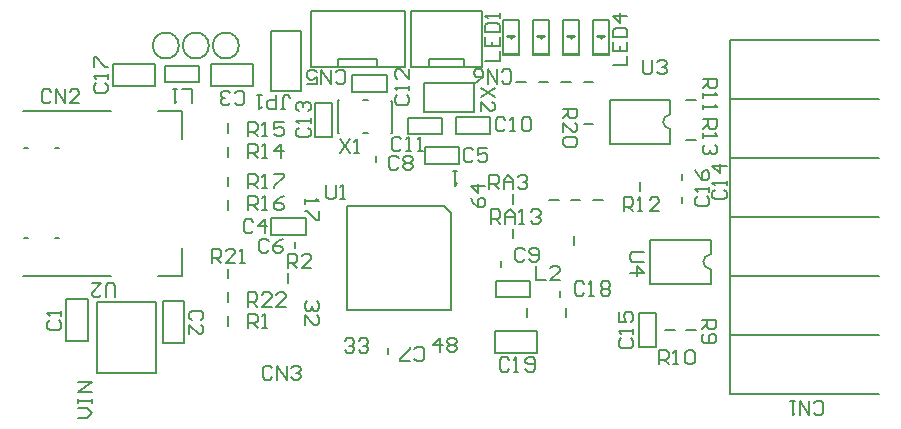
<source format=gto>
%FSLAX43Y43*%
%MOMM*%
G71*
G01*
G75*
G04 Layer_Color=65535*
%ADD10R,2.880X1.120*%
%ADD11R,0.800X0.900*%
%ADD12R,0.900X1.270*%
%ADD13R,1.000X1.800*%
%ADD14R,1.400X1.200*%
%ADD15R,0.300X1.600*%
%ADD16R,1.600X0.300*%
%ADD17R,0.900X0.800*%
%ADD18R,0.508X0.559*%
%ADD19R,1.270X0.900*%
G04:AMPARAMS|DCode=20|XSize=1.9mm|YSize=3.3mm|CornerRadius=0mm|HoleSize=0mm|Usage=FLASHONLY|Rotation=180.000|XOffset=0mm|YOffset=0mm|HoleType=Round|Shape=Octagon|*
%AMOCTAGOND20*
4,1,8,0.475,-1.650,-0.475,-1.650,-0.950,-1.175,-0.950,1.175,-0.475,1.650,0.475,1.650,0.950,1.175,0.950,-1.175,0.475,-1.650,0.0*
%
%ADD20OCTAGOND20*%

%ADD21R,0.700X1.800*%
%ADD22R,0.700X1.350*%
%ADD23R,0.800X0.800*%
%ADD24R,1.600X2.200*%
%ADD25R,1.350X0.400*%
%ADD26R,1.900X1.900*%
%ADD27R,1.900X1.800*%
%ADD28R,0.600X1.400*%
%ADD29R,1.800X2.500*%
%ADD30C,0.200*%
%ADD31C,0.400*%
%ADD32C,0.300*%
%ADD33R,0.550X11.375*%
%ADD34R,0.550X2.225*%
%ADD35R,0.550X2.300*%
%ADD36R,1.975X0.550*%
%ADD37R,1.400X0.400*%
%ADD38R,0.400X1.400*%
%ADD39R,1.400X0.400*%
%ADD40R,2.150X0.500*%
%ADD41R,0.500X2.150*%
%ADD42C,0.600*%
%ADD43C,3.200*%
%ADD44C,1.000*%
%ADD45R,1.800X1.800*%
%ADD46C,1.800*%
%ADD47C,1.500*%
%ADD48C,1.700*%
%ADD49C,2.000*%
%ADD50R,1.143X1.270*%
%ADD51R,4.800X0.650*%
%ADD52R,0.650X4.800*%
%ADD53R,3.175X0.650*%
%ADD54R,0.500X3.425*%
%ADD55R,3.425X0.500*%
%ADD56R,3.625X0.600*%
%ADD57R,0.600X3.625*%
%ADD58C,0.254*%
D30*
X109150Y90517D02*
G03*
X109150Y89283I0J-617D01*
G01*
X105750Y102367D02*
G03*
X105750Y101133I0J-617D01*
G01*
X64120Y108200D02*
G03*
X64120Y108200I-1100J0D01*
G01*
X69200D02*
G03*
X69200Y108200I-1100J0D01*
G01*
X66660D02*
G03*
X66660Y108200I-1100J0D01*
G01*
X50900Y88700D02*
X58400D01*
X50900Y102700D02*
X58400D01*
X64400Y100300D02*
Y102700D01*
X62400Y88700D02*
X64400D01*
X62400Y102700D02*
X64400D01*
Y88700D02*
Y91100D01*
X90950Y86900D02*
X93850D01*
Y88300D01*
X90950D02*
X93850D01*
X90950Y86900D02*
Y88300D01*
X90900Y82200D02*
Y84000D01*
X94450Y82200D02*
Y84000D01*
X90900D02*
X94450D01*
X90900Y82200D02*
X94450D01*
X87575Y100725D02*
Y102125D01*
X90475D01*
Y100725D02*
Y102125D01*
X87575Y100725D02*
X90475D01*
X84900Y102600D02*
Y105000D01*
X89100Y102600D02*
Y105000D01*
X84900D02*
X89100D01*
X84900Y102600D02*
X89100D01*
X81725Y104300D02*
Y105700D01*
X78825Y104300D02*
X81725D01*
X78825D02*
Y105700D01*
X81725D01*
X77600Y103600D02*
X77700D01*
X77600Y100800D02*
X77700D01*
X82100D02*
X82200D01*
X82100Y103500D02*
X82200Y103400D01*
X77600Y100800D02*
Y103600D01*
X79700D02*
X80100D01*
X82200Y100800D02*
Y103400D01*
X79700Y100800D02*
X80100D01*
X78400Y85800D02*
Y94600D01*
X87200Y85800D02*
Y94000D01*
X78400Y94600D02*
X86600D01*
X78400Y85800D02*
X87200D01*
X86600Y94600D02*
X87200Y94000D01*
X75675Y100475D02*
X77075D01*
X75675D02*
Y103375D01*
X77075D01*
Y100475D02*
Y103375D01*
X68300Y98794D02*
Y99606D01*
Y100794D02*
Y101606D01*
Y96294D02*
Y97106D01*
Y94269D02*
Y95081D01*
X74850Y92200D02*
Y93600D01*
X71950Y92200D02*
X74850D01*
X71950D02*
Y93600D01*
X74850D01*
X68300Y88494D02*
Y89306D01*
Y86494D02*
Y87306D01*
Y84494D02*
Y85306D01*
X103100Y82650D02*
X104500D01*
X103100D02*
Y85550D01*
X104500D01*
Y82650D02*
Y85550D01*
X105294Y84100D02*
X106106D01*
X107094D02*
X107906D01*
X87850Y98200D02*
Y99600D01*
X84950Y98200D02*
X87850D01*
X84950D02*
Y99600D01*
X87850D01*
X91400Y89446D02*
Y89954D01*
X56400Y83225D02*
Y86775D01*
X54600Y83225D02*
Y86775D01*
X56400D01*
X54600Y83225D02*
X56400D01*
X57200Y86512D02*
X62200D01*
Y80513D02*
Y86512D01*
X57200Y80513D02*
X62200D01*
X57200D02*
Y86512D01*
X62800Y83025D02*
Y86575D01*
X64600Y83025D02*
Y86575D01*
X62800Y83025D02*
X64600D01*
X62800Y86575D02*
X64600D01*
X99194Y95100D02*
X100006D01*
X97294D02*
X98106D01*
X95494D02*
X96306D01*
X93600Y85194D02*
Y86006D01*
X96900Y85194D02*
Y86006D01*
X92694Y105100D02*
X93506D01*
X94095Y107425D02*
X95445D01*
X94095Y110325D02*
X95445D01*
X94095Y107425D02*
Y110325D01*
X95445Y107425D02*
Y110325D01*
X94095Y107525D02*
X95445D01*
X94594Y105100D02*
X95406D01*
X96635Y107425D02*
X97985D01*
X96635Y110325D02*
X97985D01*
X96635Y107425D02*
Y110325D01*
X97985Y107425D02*
Y110325D01*
X96635Y107525D02*
X97985D01*
X96494Y105100D02*
X97306D01*
X51050Y99500D02*
X51350D01*
X51050Y91900D02*
X51350D01*
X53675Y99500D02*
X53975D01*
X53675Y91900D02*
X53975D01*
X98394Y105100D02*
X99206D01*
X97600Y91294D02*
Y92106D01*
X109150Y90517D02*
Y91750D01*
Y88050D02*
Y89283D01*
X104050Y88050D02*
Y91750D01*
X109150D01*
X104050Y88050D02*
X109150D01*
X105750Y102367D02*
Y103600D01*
Y99900D02*
Y101133D01*
X100650Y99900D02*
Y103600D01*
X105750D01*
X100650Y99900D02*
X105750D01*
X98394Y101600D02*
X99206D01*
X107094Y100200D02*
X107906D01*
X107094Y103600D02*
X107906D01*
X91555Y107425D02*
X92905D01*
X91555Y110325D02*
X92905D01*
X91555Y107425D02*
Y110325D01*
X92905Y107425D02*
Y110325D01*
X91555Y107525D02*
X92905D01*
X99175D02*
X100525D01*
Y107425D02*
Y110325D01*
X99175Y107425D02*
Y110325D01*
X100525D01*
X99175Y107425D02*
X100525D01*
X103200Y95869D02*
Y96681D01*
X92375Y91869D02*
Y92681D01*
X92400Y94794D02*
Y95606D01*
X66825Y104800D02*
X70375D01*
X66825Y106600D02*
X70375D01*
Y104800D02*
Y106600D01*
X66825Y104800D02*
Y106600D01*
X62950Y105100D02*
Y106500D01*
X65850D01*
Y105100D02*
Y106500D01*
X62950Y105100D02*
X65850D01*
X58525Y106600D02*
X62075D01*
X58525Y104800D02*
X62075D01*
X58525D02*
Y106600D01*
X62075Y104800D02*
Y106600D01*
X71910Y104390D02*
X74450D01*
X71910Y109470D02*
X74450D01*
Y104390D02*
Y109470D01*
X71910Y104390D02*
Y109470D01*
X85300Y106400D02*
Y107100D01*
X83800Y111100D02*
X89800D01*
X83800Y106400D02*
X89800D01*
Y111100D01*
X83800Y106400D02*
Y111100D01*
X85300Y107100D02*
X88300D01*
Y106400D02*
Y107100D01*
X73400Y88094D02*
Y88906D01*
X77600Y106400D02*
Y107100D01*
X75300Y111100D02*
X83300D01*
X75300Y106400D02*
X83300D01*
Y111100D01*
X75300Y106400D02*
Y111100D01*
X77600Y107100D02*
X80900D01*
Y106400D02*
Y107100D01*
X96400Y86946D02*
Y87454D01*
X80775Y98371D02*
Y98879D01*
X74000Y91046D02*
Y91554D01*
X81850Y82046D02*
Y82554D01*
X106700Y94846D02*
Y95354D01*
Y96846D02*
Y97354D01*
X86400Y100700D02*
Y102100D01*
X83500Y100700D02*
X86400D01*
X83500D02*
Y102100D01*
X86400D01*
X110800Y83700D02*
X123400D01*
X110800Y78700D02*
X123400D01*
X110800Y108700D02*
X123400D01*
X110800Y78700D02*
Y108700D01*
Y88700D02*
X123400D01*
X110800Y93700D02*
X123400D01*
X110800Y98700D02*
X123400D01*
X110800Y103700D02*
X123400D01*
X69975Y86100D02*
Y87300D01*
X70575D01*
X70775Y87100D01*
Y86700D01*
X70575Y86500D01*
X69975D01*
X70375D02*
X70775Y86100D01*
X71974D02*
X71175D01*
X71974Y86900D01*
Y87100D01*
X71774Y87300D01*
X71375D01*
X71175Y87100D01*
X73174Y86100D02*
X72374D01*
X73174Y86900D01*
Y87100D01*
X72974Y87300D01*
X72574D01*
X72374Y87100D01*
X66900Y89800D02*
Y91000D01*
X67500D01*
X67700Y90800D01*
Y90400D01*
X67500Y90200D01*
X66900D01*
X67300D02*
X67700Y89800D01*
X68899D02*
X68100D01*
X68899Y90600D01*
Y90800D01*
X68699Y91000D01*
X68300D01*
X68100Y90800D01*
X69299Y89800D02*
X69699D01*
X69499D01*
Y91000D01*
X69299Y90800D01*
X90875Y104625D02*
X89675Y103825D01*
X90875D02*
X89675Y104625D01*
Y102626D02*
Y103425D01*
X90475Y102626D01*
X90675D01*
X90875Y102826D01*
Y103225D01*
X90675Y103425D01*
X77775Y100275D02*
X78575Y99075D01*
Y100275D02*
X77775Y99075D01*
X78975D02*
X79374D01*
X79175D01*
Y100275D01*
X78975Y100075D01*
X103500Y90700D02*
X102500D01*
X102300Y90500D01*
Y90100D01*
X102500Y89900D01*
X103500D01*
X102300Y88901D02*
X103500D01*
X102900Y89500D01*
Y88701D01*
X103425Y107000D02*
Y106000D01*
X103625Y105800D01*
X104025D01*
X104225Y106000D01*
Y107000D01*
X104625Y106800D02*
X104825Y107000D01*
X105224D01*
X105424Y106800D01*
Y106600D01*
X105224Y106400D01*
X105024D01*
X105224D01*
X105424Y106200D01*
Y106000D01*
X105224Y105800D01*
X104825D01*
X104625Y106000D01*
X58750Y86875D02*
Y87875D01*
X58550Y88075D01*
X58150D01*
X57950Y87875D01*
Y86875D01*
X56751Y88075D02*
X57550D01*
X56751Y87275D01*
Y87075D01*
X56951Y86875D01*
X57350D01*
X57550Y87075D01*
X76600Y96400D02*
Y95400D01*
X76800Y95200D01*
X77200D01*
X77400Y95400D01*
Y96400D01*
X77800Y95200D02*
X78199D01*
X78000D01*
Y96400D01*
X77800Y96200D01*
X90550Y93125D02*
Y94325D01*
X91150D01*
X91350Y94125D01*
Y93725D01*
X91150Y93525D01*
X90550D01*
X90950D02*
X91350Y93125D01*
X91750D02*
Y93925D01*
X92149Y94325D01*
X92549Y93925D01*
Y93125D01*
Y93725D01*
X91750D01*
X92949Y93125D02*
X93349D01*
X93149D01*
Y94325D01*
X92949Y94125D01*
X93949D02*
X94149Y94325D01*
X94549D01*
X94749Y94125D01*
Y93925D01*
X94549Y93725D01*
X94349D01*
X94549D01*
X94749Y93525D01*
Y93325D01*
X94549Y93125D01*
X94149D01*
X93949Y93325D01*
X90425Y96050D02*
Y97250D01*
X91025D01*
X91225Y97050D01*
Y96650D01*
X91025Y96450D01*
X90425D01*
X90825D02*
X91225Y96050D01*
X91625D02*
Y96850D01*
X92024Y97250D01*
X92424Y96850D01*
Y96050D01*
Y96650D01*
X91625D01*
X92824Y97050D02*
X93024Y97250D01*
X93424D01*
X93624Y97050D01*
Y96850D01*
X93424Y96650D01*
X93224D01*
X93424D01*
X93624Y96450D01*
Y96250D01*
X93424Y96050D01*
X93024D01*
X92824Y96250D01*
X70000Y96100D02*
Y97300D01*
X70600D01*
X70800Y97100D01*
Y96700D01*
X70600Y96500D01*
X70000D01*
X70400D02*
X70800Y96100D01*
X71200D02*
X71599D01*
X71400D01*
Y97300D01*
X71200Y97100D01*
X72199Y97300D02*
X72999D01*
Y97100D01*
X72199Y96300D01*
Y96100D01*
X70000Y94275D02*
Y95475D01*
X70600D01*
X70800Y95275D01*
Y94875D01*
X70600Y94675D01*
X70000D01*
X70400D02*
X70800Y94275D01*
X71200D02*
X71599D01*
X71400D01*
Y95475D01*
X71200Y95275D01*
X72999Y95475D02*
X72599Y95275D01*
X72199Y94875D01*
Y94475D01*
X72399Y94275D01*
X72799D01*
X72999Y94475D01*
Y94675D01*
X72799Y94875D01*
X72199D01*
X70000Y100500D02*
Y101700D01*
X70600D01*
X70800Y101500D01*
Y101100D01*
X70600Y100900D01*
X70000D01*
X70400D02*
X70800Y100500D01*
X71200D02*
X71599D01*
X71400D01*
Y101700D01*
X71200Y101500D01*
X72999Y101700D02*
X72199D01*
Y101100D01*
X72599Y101300D01*
X72799D01*
X72999Y101100D01*
Y100700D01*
X72799Y100500D01*
X72399D01*
X72199Y100700D01*
X70000Y98700D02*
Y99900D01*
X70600D01*
X70800Y99700D01*
Y99300D01*
X70600Y99100D01*
X70000D01*
X70400D02*
X70800Y98700D01*
X71200D02*
X71599D01*
X71400D01*
Y99900D01*
X71200Y99700D01*
X72799Y98700D02*
Y99900D01*
X72199Y99300D01*
X72999D01*
X96675Y102850D02*
X97875D01*
Y102250D01*
X97675Y102050D01*
X97275D01*
X97075Y102250D01*
Y102850D01*
Y102450D02*
X96675Y102050D01*
Y100851D02*
Y101650D01*
X97475Y100851D01*
X97675D01*
X97875Y101051D01*
Y101450D01*
X97675Y101650D01*
Y100451D02*
X97875Y100251D01*
Y99851D01*
X97675Y99651D01*
X96875D01*
X96675Y99851D01*
Y100251D01*
X96875Y100451D01*
X97675D01*
X101775Y94150D02*
Y95350D01*
X102375D01*
X102575Y95150D01*
Y94750D01*
X102375Y94550D01*
X101775D01*
X102175D02*
X102575Y94150D01*
X102975D02*
X103374D01*
X103175D01*
Y95350D01*
X102975Y95150D01*
X104774Y94150D02*
X103974D01*
X104774Y94950D01*
Y95150D01*
X104574Y95350D01*
X104174D01*
X103974Y95150D01*
X108500Y105400D02*
X109700D01*
Y104800D01*
X109500Y104600D01*
X109100D01*
X108900Y104800D01*
Y105400D01*
Y105000D02*
X108500Y104600D01*
Y104200D02*
Y103801D01*
Y104000D01*
X109700D01*
X109500Y104200D01*
X108500Y103201D02*
Y102801D01*
Y103001D01*
X109700D01*
X109500Y103201D01*
X108500Y101975D02*
X109700D01*
Y101375D01*
X109500Y101175D01*
X109100D01*
X108900Y101375D01*
Y101975D01*
Y101575D02*
X108500Y101175D01*
Y100775D02*
Y100376D01*
Y100575D01*
X109700D01*
X109500Y100775D01*
Y99776D02*
X109700Y99576D01*
Y99176D01*
X109500Y98976D01*
X109300D01*
X109100Y99176D01*
Y99376D01*
Y99176D01*
X108900Y98976D01*
X108700D01*
X108500Y99176D01*
Y99576D01*
X108700Y99776D01*
X108400Y85000D02*
X109600D01*
Y84400D01*
X109400Y84200D01*
X109000D01*
X108800Y84400D01*
Y85000D01*
Y84600D02*
X108400Y84200D01*
X108600Y83800D02*
X108400Y83600D01*
Y83201D01*
X108600Y83001D01*
X109400D01*
X109600Y83201D01*
Y83600D01*
X109400Y83800D01*
X109200D01*
X109000Y83600D01*
Y83001D01*
X73325Y89350D02*
Y90550D01*
X73925D01*
X74125Y90350D01*
Y89950D01*
X73925Y89750D01*
X73325D01*
X73725D02*
X74125Y89350D01*
X75324D02*
X74525D01*
X75324Y90150D01*
Y90350D01*
X75124Y90550D01*
X74725D01*
X74525Y90350D01*
X70000Y84300D02*
Y85500D01*
X70600D01*
X70800Y85300D01*
Y84900D01*
X70600Y84700D01*
X70000D01*
X70400D02*
X70800Y84300D01*
X71200D02*
X71599D01*
X71400D01*
Y85500D01*
X71200Y85300D01*
X90075Y106925D02*
X91275D01*
Y107725D01*
X90075Y108924D02*
Y108125D01*
X91275D01*
Y108924D01*
X90675Y108125D02*
Y108524D01*
X90075Y109324D02*
X91275D01*
Y109924D01*
X91075Y110124D01*
X90275D01*
X90075Y109924D01*
Y109324D01*
X91275Y110524D02*
Y110924D01*
Y110724D01*
X90075D01*
X90275Y110524D01*
X65200Y103300D02*
Y104500D01*
X64400D01*
X64000D02*
X63601D01*
X63800D01*
Y103300D01*
X64000Y103500D01*
X72750Y102800D02*
X73150D01*
X72950D01*
Y103800D01*
X73150Y104000D01*
X73350D01*
X73550Y103800D01*
X72350Y104000D02*
Y102800D01*
X71751D01*
X71551Y103000D01*
Y103400D01*
X71751Y103600D01*
X72350D01*
X71151Y104000D02*
X70751D01*
X70951D01*
Y102800D01*
X71151Y103000D01*
X91475Y105175D02*
X91675Y104975D01*
X92075D01*
X92275Y105175D01*
Y105975D01*
X92075Y106175D01*
X91675D01*
X91475Y105975D01*
X91075Y106175D02*
Y104975D01*
X90276Y106175D01*
Y104975D01*
X89076D02*
X89476Y105175D01*
X89876Y105575D01*
Y105975D01*
X89676Y106175D01*
X89276D01*
X89076Y105975D01*
Y105775D01*
X89276Y105575D01*
X89876D01*
X77400Y105125D02*
X77600Y104925D01*
X78000D01*
X78200Y105125D01*
Y105925D01*
X78000Y106125D01*
X77600D01*
X77400Y105925D01*
X77000Y106125D02*
Y104925D01*
X76201Y106125D01*
Y104925D01*
X75001D02*
X75801D01*
Y105525D01*
X75401Y105325D01*
X75201D01*
X75001Y105525D01*
Y105925D01*
X75201Y106125D01*
X75601D01*
X75801Y105925D01*
X72050Y80900D02*
X71850Y81100D01*
X71450D01*
X71250Y80900D01*
Y80100D01*
X71450Y79900D01*
X71850D01*
X72050Y80100D01*
X72450Y79900D02*
Y81100D01*
X73249Y79900D01*
Y81100D01*
X73649Y80900D02*
X73849Y81100D01*
X74249D01*
X74449Y80900D01*
Y80700D01*
X74249Y80500D01*
X74049D01*
X74249D01*
X74449Y80300D01*
Y80100D01*
X74249Y79900D01*
X73849D01*
X73649Y80100D01*
X53300Y104300D02*
X53100Y104500D01*
X52700D01*
X52500Y104300D01*
Y103500D01*
X52700Y103300D01*
X53100D01*
X53300Y103500D01*
X53700Y103300D02*
Y104500D01*
X54499Y103300D01*
Y104500D01*
X55699Y103300D02*
X54899D01*
X55699Y104100D01*
Y104300D01*
X55499Y104500D01*
X55099D01*
X54899Y104300D01*
X117900Y77100D02*
X118100Y76900D01*
X118500D01*
X118700Y77100D01*
Y77900D01*
X118500Y78100D01*
X118100D01*
X117900Y77900D01*
X117500Y78100D02*
Y76900D01*
X116701Y78100D01*
Y76900D01*
X116301Y78100D02*
X115901D01*
X116101D01*
Y76900D01*
X116301Y77100D01*
X98450Y88025D02*
X98250Y88225D01*
X97850D01*
X97650Y88025D01*
Y87225D01*
X97850Y87025D01*
X98250D01*
X98450Y87225D01*
X98850Y87025D02*
X99249D01*
X99050D01*
Y88225D01*
X98850Y88025D01*
X99849D02*
X100049Y88225D01*
X100449D01*
X100649Y88025D01*
Y87825D01*
X100449Y87625D01*
X100649Y87425D01*
Y87225D01*
X100449Y87025D01*
X100049D01*
X99849Y87225D01*
Y87425D01*
X100049Y87625D01*
X99849Y87825D01*
Y88025D01*
X100049Y87625D02*
X100449D01*
X57100Y105000D02*
X56900Y104800D01*
Y104400D01*
X57100Y104200D01*
X57900D01*
X58100Y104400D01*
Y104800D01*
X57900Y105000D01*
X58100Y105400D02*
Y105799D01*
Y105600D01*
X56900D01*
X57100Y105400D01*
X56900Y106399D02*
Y107199D01*
X57100D01*
X57900Y106399D01*
X58100D01*
X108050Y95425D02*
X107850Y95225D01*
Y94825D01*
X108050Y94625D01*
X108850D01*
X109050Y94825D01*
Y95225D01*
X108850Y95425D01*
X109050Y95825D02*
Y96224D01*
Y96025D01*
X107850D01*
X108050Y95825D01*
X107850Y97624D02*
X108050Y97224D01*
X108450Y96824D01*
X108850D01*
X109050Y97024D01*
Y97424D01*
X108850Y97624D01*
X108650D01*
X108450Y97424D01*
Y96824D01*
X101600Y83400D02*
X101400Y83200D01*
Y82800D01*
X101600Y82600D01*
X102400D01*
X102600Y82800D01*
Y83200D01*
X102400Y83400D01*
X102600Y83800D02*
Y84199D01*
Y84000D01*
X101400D01*
X101600Y83800D01*
X101400Y85599D02*
Y84799D01*
X102000D01*
X101800Y85199D01*
Y85399D01*
X102000Y85599D01*
X102400D01*
X102600Y85399D01*
Y84999D01*
X102400Y84799D01*
X109500Y95975D02*
X109300Y95775D01*
Y95375D01*
X109500Y95175D01*
X110300D01*
X110500Y95375D01*
Y95775D01*
X110300Y95975D01*
X110500Y96375D02*
Y96774D01*
Y96575D01*
X109300D01*
X109500Y96375D01*
X110500Y97974D02*
X109300D01*
X109900Y97374D01*
Y98174D01*
X74275Y101225D02*
X74075Y101025D01*
Y100625D01*
X74275Y100425D01*
X75075D01*
X75275Y100625D01*
Y101025D01*
X75075Y101225D01*
X75275Y101625D02*
Y102024D01*
Y101825D01*
X74075D01*
X74275Y101625D01*
Y102624D02*
X74075Y102824D01*
Y103224D01*
X74275Y103424D01*
X74475D01*
X74675Y103224D01*
Y103024D01*
Y103224D01*
X74875Y103424D01*
X75075D01*
X75275Y103224D01*
Y102824D01*
X75075Y102624D01*
X82625Y104000D02*
X82425Y103800D01*
Y103400D01*
X82625Y103200D01*
X83425D01*
X83625Y103400D01*
Y103800D01*
X83425Y104000D01*
X83625Y104400D02*
Y104799D01*
Y104600D01*
X82425D01*
X82625Y104400D01*
X83625Y106199D02*
Y105399D01*
X82825Y106199D01*
X82625D01*
X82425Y105999D01*
Y105599D01*
X82625Y105399D01*
X82975Y100250D02*
X82775Y100450D01*
X82375D01*
X82175Y100250D01*
Y99450D01*
X82375Y99250D01*
X82775D01*
X82975Y99450D01*
X83375Y99250D02*
X83774D01*
X83575D01*
Y100450D01*
X83375Y100250D01*
X84374Y99250D02*
X84774D01*
X84574D01*
Y100450D01*
X84374Y100250D01*
X91775Y101925D02*
X91575Y102125D01*
X91175D01*
X90975Y101925D01*
Y101125D01*
X91175Y100925D01*
X91575D01*
X91775Y101125D01*
X92175Y100925D02*
X92574D01*
X92375D01*
Y102125D01*
X92175Y101925D01*
X93174D02*
X93374Y102125D01*
X93774D01*
X93974Y101925D01*
Y101125D01*
X93774Y100925D01*
X93374D01*
X93174Y101125D01*
Y101925D01*
X93400Y90900D02*
X93200Y91100D01*
X92800D01*
X92600Y90900D01*
Y90100D01*
X92800Y89900D01*
X93200D01*
X93400Y90100D01*
X93800D02*
X94000Y89900D01*
X94399D01*
X94599Y90100D01*
Y90900D01*
X94399Y91100D01*
X94000D01*
X93800Y90900D01*
Y90700D01*
X94000Y90500D01*
X94599D01*
X82725Y98675D02*
X82525Y98875D01*
X82125D01*
X81925Y98675D01*
Y97875D01*
X82125Y97675D01*
X82525D01*
X82725Y97875D01*
X83125Y98675D02*
X83325Y98875D01*
X83724D01*
X83924Y98675D01*
Y98475D01*
X83724Y98275D01*
X83924Y98075D01*
Y97875D01*
X83724Y97675D01*
X83325D01*
X83125Y97875D01*
Y98075D01*
X83325Y98275D01*
X83125Y98475D01*
Y98675D01*
X83325Y98275D02*
X83724D01*
X84075Y81700D02*
X84275Y81500D01*
X84675D01*
X84875Y81700D01*
Y82500D01*
X84675Y82700D01*
X84275D01*
X84075Y82500D01*
X83675Y81500D02*
X82876D01*
Y81700D01*
X83675Y82500D01*
Y82700D01*
X71725Y91650D02*
X71525Y91850D01*
X71125D01*
X70925Y91650D01*
Y90850D01*
X71125Y90650D01*
X71525D01*
X71725Y90850D01*
X72924Y91850D02*
X72524Y91650D01*
X72125Y91250D01*
Y90850D01*
X72325Y90650D01*
X72724D01*
X72924Y90850D01*
Y91050D01*
X72724Y91250D01*
X72125D01*
X89050Y99325D02*
X88850Y99525D01*
X88450D01*
X88250Y99325D01*
Y98525D01*
X88450Y98325D01*
X88850D01*
X89050Y98525D01*
X90249Y99525D02*
X89450D01*
Y98925D01*
X89849Y99125D01*
X90049D01*
X90249Y98925D01*
Y98525D01*
X90049Y98325D01*
X89650D01*
X89450Y98525D01*
X70400Y93300D02*
X70200Y93500D01*
X69800D01*
X69600Y93300D01*
Y92500D01*
X69800Y92300D01*
X70200D01*
X70400Y92500D01*
X71399Y92300D02*
Y93500D01*
X70800Y92900D01*
X71599D01*
X68850Y103350D02*
X69050Y103150D01*
X69450D01*
X69650Y103350D01*
Y104150D01*
X69450Y104350D01*
X69050D01*
X68850Y104150D01*
X68450Y103350D02*
X68250Y103150D01*
X67851D01*
X67651Y103350D01*
Y103550D01*
X67851Y103750D01*
X68051D01*
X67851D01*
X67651Y103950D01*
Y104150D01*
X67851Y104350D01*
X68250D01*
X68450Y104150D01*
X66000Y84950D02*
X66200Y85150D01*
Y85550D01*
X66000Y85750D01*
X65200D01*
X65000Y85550D01*
Y85150D01*
X65200Y84950D01*
X65000Y83751D02*
Y84550D01*
X65800Y83751D01*
X66000D01*
X66200Y83951D01*
Y84350D01*
X66000Y84550D01*
X53175Y84925D02*
X52975Y84725D01*
Y84325D01*
X53175Y84125D01*
X53975D01*
X54175Y84325D01*
Y84725D01*
X53975Y84925D01*
X54175Y85325D02*
Y85724D01*
Y85525D01*
X52975D01*
X53175Y85325D01*
X100900Y106525D02*
X102100D01*
Y107325D01*
X100900Y108524D02*
Y107725D01*
X102100D01*
Y108524D01*
X101500Y107725D02*
Y108124D01*
X100900Y108924D02*
X102100D01*
Y109524D01*
X101900Y109724D01*
X101100D01*
X100900Y109524D01*
Y108924D01*
X102100Y110724D02*
X100900D01*
X101500Y110124D01*
Y110924D01*
X104800Y81200D02*
Y82400D01*
X105400D01*
X105600Y82200D01*
Y81800D01*
X105400Y81600D01*
X104800D01*
X105200D02*
X105600Y81200D01*
X106000D02*
X106399D01*
X106200D01*
Y82400D01*
X106000Y82200D01*
X106999D02*
X107199Y82400D01*
X107599D01*
X107799Y82200D01*
Y81400D01*
X107599Y81200D01*
X107199D01*
X106999Y81400D01*
Y82200D01*
X92075Y81600D02*
X91875Y81800D01*
X91475D01*
X91275Y81600D01*
Y80800D01*
X91475Y80600D01*
X91875D01*
X92075Y80800D01*
X92475Y80600D02*
X92874D01*
X92675D01*
Y81800D01*
X92475Y81600D01*
X93474Y80800D02*
X93674Y80600D01*
X94074D01*
X94274Y80800D01*
Y81600D01*
X94074Y81800D01*
X93674D01*
X93474Y81600D01*
Y81400D01*
X93674Y81200D01*
X94274D01*
X94375Y89525D02*
Y88325D01*
X95175D01*
X96374D02*
X95575D01*
X96374Y89125D01*
Y89325D01*
X96174Y89525D01*
X95775D01*
X95575Y89325D01*
X74775Y95225D02*
Y94825D01*
Y95025D01*
X75975D01*
X75775Y95225D01*
X75975Y94225D02*
Y93426D01*
X75775D01*
X74975Y94225D01*
X74775D01*
X88850Y95300D02*
X89050Y94900D01*
X89450Y94500D01*
X89850D01*
X90050Y94700D01*
Y95100D01*
X89850Y95300D01*
X89650D01*
X89450Y95100D01*
Y94500D01*
X90050Y96299D02*
X88850D01*
X89450Y95700D01*
Y96499D01*
X86250Y82275D02*
Y83475D01*
X85650Y82875D01*
X86450D01*
X86850Y83275D02*
X87050Y83475D01*
X87449D01*
X87649Y83275D01*
Y83075D01*
X87449Y82875D01*
X87649Y82675D01*
Y82475D01*
X87449Y82275D01*
X87050D01*
X86850Y82475D01*
Y82675D01*
X87050Y82875D01*
X86850Y83075D01*
Y83275D01*
X87050Y82875D02*
X87449D01*
X75800Y86550D02*
X76000Y86350D01*
Y85950D01*
X75800Y85750D01*
X75600D01*
X75400Y85950D01*
Y86150D01*
Y85950D01*
X75200Y85750D01*
X75000D01*
X74800Y85950D01*
Y86350D01*
X75000Y86550D01*
X74800Y84551D02*
Y85350D01*
X75600Y84551D01*
X75800D01*
X76000Y84751D01*
Y85150D01*
X75800Y85350D01*
X87700Y97550D02*
X87300D01*
X87500D01*
Y96350D01*
X87700Y96550D01*
X78150Y83200D02*
X78350Y83400D01*
X78750D01*
X78950Y83200D01*
Y83000D01*
X78750Y82800D01*
X78550D01*
X78750D01*
X78950Y82600D01*
Y82400D01*
X78750Y82200D01*
X78350D01*
X78150Y82400D01*
X79350Y83200D02*
X79550Y83400D01*
X79949D01*
X80149Y83200D01*
Y83000D01*
X79949Y82800D01*
X79749D01*
X79949D01*
X80149Y82600D01*
Y82400D01*
X79949Y82200D01*
X79550D01*
X79350Y82400D01*
X55550Y76700D02*
X56350D01*
X56750Y77100D01*
X56350Y77500D01*
X55550D01*
Y77900D02*
Y78299D01*
Y78100D01*
X56750D01*
Y77900D01*
Y78299D01*
Y78899D02*
X55550D01*
X56750Y79699D01*
X55550D01*
D58*
X94470Y109000D02*
X95070D01*
X94770Y108800D02*
Y108954D01*
X97010Y109000D02*
X97610D01*
X97310Y108800D02*
Y108954D01*
X91930Y109000D02*
X92530D01*
X92230Y108800D02*
Y108954D01*
X99850Y108800D02*
Y108954D01*
X99550Y109000D02*
X100150D01*
M02*

</source>
